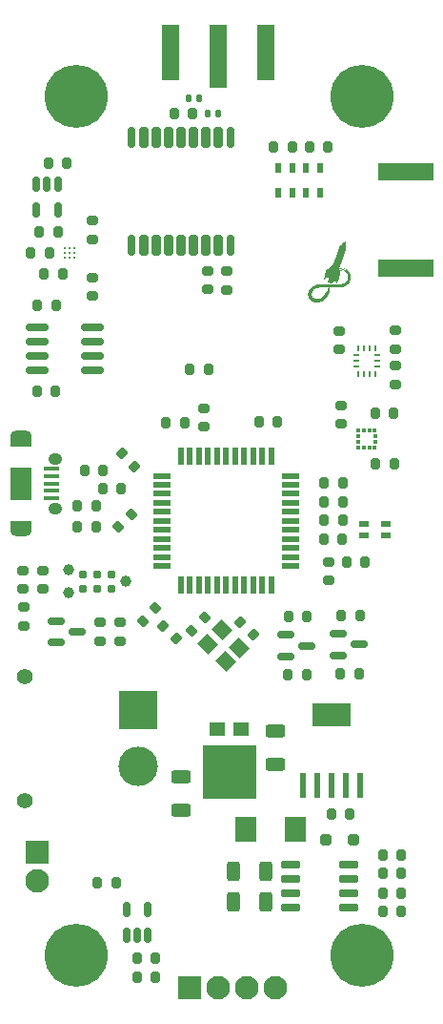
<source format=gts>
G04 #@! TF.GenerationSoftware,KiCad,Pcbnew,7.0.6*
G04 #@! TF.CreationDate,2023-10-28T16:57:55-05:00*
G04 #@! TF.ProjectId,FC,46432e6b-6963-4616-945f-706362585858,V1*
G04 #@! TF.SameCoordinates,Original*
G04 #@! TF.FileFunction,Soldermask,Top*
G04 #@! TF.FilePolarity,Negative*
%FSLAX46Y46*%
G04 Gerber Fmt 4.6, Leading zero omitted, Abs format (unit mm)*
G04 Created by KiCad (PCBNEW 7.0.6) date 2023-10-28 16:57:55*
%MOMM*%
%LPD*%
G01*
G04 APERTURE LIST*
G04 Aperture macros list*
%AMRoundRect*
0 Rectangle with rounded corners*
0 $1 Rounding radius*
0 $2 $3 $4 $5 $6 $7 $8 $9 X,Y pos of 4 corners*
0 Add a 4 corners polygon primitive as box body*
4,1,4,$2,$3,$4,$5,$6,$7,$8,$9,$2,$3,0*
0 Add four circle primitives for the rounded corners*
1,1,$1+$1,$2,$3*
1,1,$1+$1,$4,$5*
1,1,$1+$1,$6,$7*
1,1,$1+$1,$8,$9*
0 Add four rect primitives between the rounded corners*
20,1,$1+$1,$2,$3,$4,$5,0*
20,1,$1+$1,$4,$5,$6,$7,0*
20,1,$1+$1,$6,$7,$8,$9,0*
20,1,$1+$1,$8,$9,$2,$3,0*%
%AMRotRect*
0 Rectangle, with rotation*
0 The origin of the aperture is its center*
0 $1 length*
0 $2 width*
0 $3 Rotation angle, in degrees counterclockwise*
0 Add horizontal line*
21,1,$1,$2,0,0,$3*%
G04 Aperture macros list end*
%ADD10RoundRect,0.200000X-0.275000X0.200000X-0.275000X-0.200000X0.275000X-0.200000X0.275000X0.200000X0*%
%ADD11RoundRect,0.200000X-0.200000X-0.275000X0.200000X-0.275000X0.200000X0.275000X-0.200000X0.275000X0*%
%ADD12RoundRect,0.150000X0.725000X0.150000X-0.725000X0.150000X-0.725000X-0.150000X0.725000X-0.150000X0*%
%ADD13RoundRect,0.200000X0.200000X0.275000X-0.200000X0.275000X-0.200000X-0.275000X0.200000X-0.275000X0*%
%ADD14R,1.400000X1.270000*%
%ADD15R,4.800000X4.720000*%
%ADD16RoundRect,0.250000X-0.312500X-0.625000X0.312500X-0.625000X0.312500X0.625000X-0.312500X0.625000X0*%
%ADD17R,1.350000X0.400000*%
%ADD18O,1.900000X1.000000*%
%ADD19R,1.900000X0.875000*%
%ADD20O,1.250000X1.050000*%
%ADD21R,1.900000X2.900000*%
%ADD22RoundRect,0.200000X0.275000X-0.200000X0.275000X0.200000X-0.275000X0.200000X-0.275000X-0.200000X0*%
%ADD23RoundRect,0.150000X0.150000X-0.512500X0.150000X0.512500X-0.150000X0.512500X-0.150000X-0.512500X0*%
%ADD24RoundRect,0.150000X-0.587500X-0.150000X0.587500X-0.150000X0.587500X0.150000X-0.587500X0.150000X0*%
%ADD25R,2.100000X2.100000*%
%ADD26C,2.100000*%
%ADD27RoundRect,0.147500X-0.147500X-0.172500X0.147500X-0.172500X0.147500X0.172500X-0.147500X0.172500X0*%
%ADD28RoundRect,0.175000X0.175000X-0.725000X0.175000X0.725000X-0.175000X0.725000X-0.175000X-0.725000X0*%
%ADD29RoundRect,0.200000X0.200000X-0.700000X0.200000X0.700000X-0.200000X0.700000X-0.200000X-0.700000X0*%
%ADD30R,0.250000X0.475000*%
%ADD31R,0.475000X0.250000*%
%ADD32RoundRect,0.250000X-0.250000X-0.250000X0.250000X-0.250000X0.250000X0.250000X-0.250000X0.250000X0*%
%ADD33RoundRect,0.250000X-0.625000X0.312500X-0.625000X-0.312500X0.625000X-0.312500X0.625000X0.312500X0*%
%ADD34RoundRect,0.140000X0.140000X0.170000X-0.140000X0.170000X-0.140000X-0.170000X0.140000X-0.170000X0*%
%ADD35R,1.500000X5.600000*%
%ADD36R,1.600000X4.900000*%
%ADD37R,1.879600X2.260600*%
%ADD38C,3.600000*%
%ADD39C,5.600000*%
%ADD40RoundRect,0.200000X0.053033X-0.335876X0.335876X-0.053033X-0.053033X0.335876X-0.335876X0.053033X0*%
%ADD41R,0.863600X0.558800*%
%ADD42RotRect,1.400000X1.200000X135.000000*%
%ADD43C,0.269000*%
%ADD44R,0.600000X2.200000*%
%ADD45R,3.450000X2.150000*%
%ADD46R,1.500000X0.550000*%
%ADD47R,0.550000X1.500000*%
%ADD48R,0.350000X0.375000*%
%ADD49R,0.375000X0.350000*%
%ADD50RoundRect,0.200000X0.335876X0.053033X0.053033X0.335876X-0.335876X-0.053033X-0.053033X-0.335876X0*%
%ADD51RoundRect,0.200000X-0.335876X-0.053033X-0.053033X-0.335876X0.335876X0.053033X0.053033X0.335876X0*%
%ADD52C,0.990600*%
%ADD53C,0.787400*%
%ADD54RoundRect,0.150000X-0.150000X0.512500X-0.150000X-0.512500X0.150000X-0.512500X0.150000X0.512500X0*%
%ADD55RoundRect,0.250000X0.625000X-0.312500X0.625000X0.312500X-0.625000X0.312500X-0.625000X-0.312500X0*%
%ADD56RoundRect,0.150000X-0.825000X-0.150000X0.825000X-0.150000X0.825000X0.150000X-0.825000X0.150000X0*%
%ADD57C,1.400000*%
%ADD58R,3.500000X3.500000*%
%ADD59C,3.500000*%
%ADD60R,0.550000X0.950000*%
%ADD61R,4.900000X1.600000*%
G04 APERTURE END LIST*
G36*
X189296300Y-94223561D02*
G01*
X189301616Y-94243913D01*
X189308657Y-94273311D01*
X189316819Y-94309028D01*
X189325499Y-94348341D01*
X189334096Y-94388523D01*
X189342006Y-94426849D01*
X189348628Y-94460594D01*
X189353077Y-94485332D01*
X189358793Y-94526316D01*
X189364318Y-94578013D01*
X189369351Y-94636348D01*
X189373590Y-94697246D01*
X189376736Y-94756630D01*
X189378486Y-94810427D01*
X189378741Y-94832858D01*
X189378894Y-94893387D01*
X189056831Y-95738681D01*
X188734767Y-96583974D01*
X188743706Y-96617249D01*
X188749504Y-96637985D01*
X188753891Y-96652166D01*
X188755011Y-96655056D01*
X188762463Y-96654498D01*
X188781097Y-96649698D01*
X188808185Y-96641441D01*
X188840998Y-96630513D01*
X188844453Y-96629316D01*
X188931528Y-96599043D01*
X189057234Y-96598938D01*
X189106190Y-96599143D01*
X189143667Y-96600051D01*
X189172966Y-96601963D01*
X189197393Y-96605180D01*
X189220250Y-96610003D01*
X189241320Y-96615707D01*
X189338771Y-96651367D01*
X189429251Y-96699486D01*
X189511849Y-96759032D01*
X189585653Y-96828975D01*
X189649753Y-96908282D01*
X189703238Y-96995924D01*
X189745198Y-97090868D01*
X189774721Y-97192084D01*
X189781730Y-97227545D01*
X189792783Y-97332029D01*
X189790413Y-97437967D01*
X189775316Y-97543698D01*
X189748190Y-97647565D01*
X189709732Y-97747907D01*
X189660639Y-97843066D01*
X189601608Y-97931382D01*
X189533337Y-98011197D01*
X189456522Y-98080851D01*
X189408472Y-98115846D01*
X189361829Y-98146370D01*
X189320668Y-98171591D01*
X189282156Y-98192742D01*
X189243457Y-98211056D01*
X189201737Y-98227767D01*
X189154159Y-98244107D01*
X189097891Y-98261309D01*
X189030095Y-98280607D01*
X189028942Y-98280928D01*
X188988227Y-98292066D01*
X188951244Y-98301552D01*
X188916403Y-98309516D01*
X188882114Y-98316084D01*
X188846787Y-98321385D01*
X188808832Y-98325546D01*
X188766658Y-98328696D01*
X188718677Y-98330961D01*
X188663296Y-98332470D01*
X188598927Y-98333350D01*
X188523979Y-98333728D01*
X188436863Y-98333734D01*
X188373246Y-98333599D01*
X188297886Y-98333316D01*
X188225671Y-98332885D01*
X188158212Y-98332325D01*
X188097122Y-98331658D01*
X188044011Y-98330904D01*
X188000491Y-98330083D01*
X187968174Y-98329216D01*
X187948672Y-98328325D01*
X187946215Y-98328123D01*
X187920310Y-98326244D01*
X187906041Y-98327206D01*
X187900462Y-98331405D01*
X187900000Y-98334341D01*
X187897602Y-98350870D01*
X187890798Y-98379403D01*
X187880176Y-98418024D01*
X187866321Y-98464816D01*
X187849820Y-98517862D01*
X187831259Y-98575247D01*
X187811224Y-98635052D01*
X187790302Y-98695362D01*
X187784879Y-98710639D01*
X187767337Y-98759854D01*
X187751344Y-98804815D01*
X187737604Y-98843536D01*
X187726818Y-98874034D01*
X187719691Y-98894325D01*
X187717011Y-98902140D01*
X187717469Y-98904565D01*
X187723505Y-98896014D01*
X187733934Y-98878658D01*
X187747567Y-98854672D01*
X187763217Y-98826228D01*
X187779696Y-98795500D01*
X187795817Y-98764659D01*
X187810393Y-98735881D01*
X187822237Y-98711336D01*
X187826850Y-98701131D01*
X187849298Y-98650771D01*
X187867268Y-98613011D01*
X187881460Y-98586598D01*
X187892577Y-98570281D01*
X187901320Y-98562808D01*
X187904849Y-98561994D01*
X187912472Y-98568611D01*
X187914412Y-98587763D01*
X187910838Y-98618401D01*
X187901916Y-98659479D01*
X187887814Y-98709946D01*
X187874696Y-98751059D01*
X187821054Y-98890668D01*
X187756327Y-99020604D01*
X187680182Y-99141345D01*
X187592286Y-99253370D01*
X187492309Y-99357159D01*
X187397176Y-99439584D01*
X187362175Y-99465678D01*
X187319972Y-99494267D01*
X187274663Y-99522822D01*
X187230338Y-99548819D01*
X187191092Y-99569729D01*
X187171645Y-99578801D01*
X187099899Y-99608234D01*
X187036980Y-99630656D01*
X186979207Y-99646942D01*
X186922900Y-99657971D01*
X186864377Y-99664620D01*
X186799956Y-99667766D01*
X186798224Y-99667808D01*
X186756303Y-99668315D01*
X186716355Y-99667940D01*
X186682317Y-99666776D01*
X186658125Y-99664919D01*
X186654032Y-99664350D01*
X186551065Y-99640516D01*
X186452736Y-99603521D01*
X186360610Y-99554264D01*
X186276254Y-99493643D01*
X186201236Y-99422556D01*
X186171092Y-99387577D01*
X186135419Y-99341536D01*
X186107492Y-99300415D01*
X186084252Y-99259037D01*
X186062635Y-99212227D01*
X186051678Y-99185660D01*
X186028659Y-99125088D01*
X186012137Y-99072959D01*
X186001196Y-99024919D01*
X185994923Y-98976615D01*
X185992402Y-98923692D01*
X185992245Y-98903821D01*
X186309686Y-98903821D01*
X186313888Y-98949282D01*
X186321711Y-98986109D01*
X186348965Y-99064729D01*
X186389468Y-99137351D01*
X186443582Y-99204600D01*
X186456039Y-99217429D01*
X186513944Y-99269017D01*
X186572089Y-99307180D01*
X186633178Y-99333075D01*
X186699914Y-99347859D01*
X186772007Y-99352676D01*
X186811366Y-99352083D01*
X186844941Y-99349066D01*
X186879038Y-99342718D01*
X186919964Y-99332134D01*
X186925146Y-99330675D01*
X186999801Y-99307009D01*
X187066268Y-99279977D01*
X187127440Y-99247792D01*
X187186211Y-99208667D01*
X187245472Y-99160813D01*
X187308118Y-99102445D01*
X187330174Y-99080422D01*
X187372962Y-99036151D01*
X187407843Y-98997560D01*
X187438092Y-98960652D01*
X187466986Y-98921430D01*
X187497799Y-98875896D01*
X187497836Y-98875839D01*
X187521722Y-98839040D01*
X187543622Y-98804478D01*
X187561825Y-98774920D01*
X187574615Y-98753134D01*
X187579149Y-98744587D01*
X187591178Y-98725310D01*
X187602294Y-98717764D01*
X187610636Y-98722736D01*
X187613196Y-98730218D01*
X187617072Y-98728398D01*
X187626197Y-98714996D01*
X187639652Y-98691872D01*
X187656518Y-98660884D01*
X187675877Y-98623893D01*
X187696809Y-98582757D01*
X187718398Y-98539337D01*
X187739722Y-98495493D01*
X187759865Y-98453082D01*
X187777907Y-98413966D01*
X187792929Y-98380003D01*
X187804014Y-98353054D01*
X187810242Y-98334977D01*
X187811266Y-98329302D01*
X187804141Y-98326615D01*
X187783843Y-98323955D01*
X187751987Y-98321382D01*
X187710189Y-98318956D01*
X187660064Y-98316738D01*
X187603229Y-98314787D01*
X187541298Y-98313165D01*
X187475889Y-98311932D01*
X187408615Y-98311149D01*
X187341093Y-98310875D01*
X187319534Y-98310905D01*
X187241243Y-98312965D01*
X187155333Y-98318406D01*
X187066392Y-98326741D01*
X186979010Y-98337480D01*
X186897772Y-98350137D01*
X186835242Y-98362422D01*
X186736179Y-98389236D01*
X186646230Y-98423473D01*
X186566404Y-98464538D01*
X186497711Y-98511837D01*
X186441162Y-98564774D01*
X186400477Y-98618351D01*
X186387291Y-98642586D01*
X186371587Y-98676261D01*
X186355415Y-98714751D01*
X186342009Y-98750108D01*
X186323402Y-98808244D01*
X186312743Y-98858145D01*
X186309686Y-98903821D01*
X185992245Y-98903821D01*
X185992237Y-98902806D01*
X185997623Y-98805814D01*
X186014301Y-98714839D01*
X186043082Y-98627238D01*
X186084775Y-98540370D01*
X186122564Y-98477835D01*
X186186522Y-98392365D01*
X186261221Y-98315666D01*
X186346904Y-98247612D01*
X186443817Y-98188077D01*
X186552204Y-98136936D01*
X186672310Y-98094061D01*
X186804380Y-98059327D01*
X186948659Y-98032608D01*
X187000570Y-98025323D01*
X187048257Y-98020497D01*
X187108614Y-98016562D01*
X187179550Y-98013508D01*
X187258973Y-98011326D01*
X187344792Y-98010003D01*
X187434917Y-98009530D01*
X187527256Y-98009897D01*
X187619717Y-98011092D01*
X187710209Y-98013105D01*
X187796642Y-98015926D01*
X187876923Y-98019545D01*
X187948962Y-98023950D01*
X188010666Y-98029132D01*
X188023346Y-98030451D01*
X188053929Y-98032923D01*
X188096758Y-98035167D01*
X188149712Y-98037164D01*
X188210668Y-98038892D01*
X188277505Y-98040332D01*
X188348100Y-98041464D01*
X188420332Y-98042268D01*
X188492079Y-98042725D01*
X188561218Y-98042814D01*
X188625627Y-98042515D01*
X188683186Y-98041809D01*
X188731770Y-98040675D01*
X188769260Y-98039095D01*
X188788546Y-98037632D01*
X188894409Y-98023432D01*
X188994333Y-98003555D01*
X189086266Y-97978567D01*
X189168155Y-97949038D01*
X189237947Y-97915536D01*
X189245793Y-97911053D01*
X189318514Y-97860186D01*
X189382248Y-97797922D01*
X189436575Y-97724918D01*
X189481075Y-97641831D01*
X189515329Y-97549320D01*
X189537925Y-97453704D01*
X189544457Y-97413133D01*
X189547661Y-97379540D01*
X189547299Y-97348436D01*
X189543132Y-97315334D01*
X189534923Y-97275743D01*
X189526682Y-97241921D01*
X189498827Y-97150321D01*
X189464289Y-97071129D01*
X189422524Y-97003302D01*
X189372989Y-96945792D01*
X189372586Y-96945396D01*
X189324590Y-96904178D01*
X189271068Y-96868160D01*
X189216013Y-96839631D01*
X189163418Y-96820878D01*
X189149665Y-96817688D01*
X189103373Y-96811293D01*
X189053267Y-96809100D01*
X189005481Y-96811137D01*
X188968501Y-96816850D01*
X188948508Y-96822084D01*
X188921739Y-96829697D01*
X188891754Y-96838598D01*
X188862113Y-96847697D01*
X188836376Y-96855902D01*
X188818103Y-96862123D01*
X188810984Y-96865121D01*
X188812017Y-96872509D01*
X188816222Y-96891981D01*
X188823075Y-96921300D01*
X188832053Y-96958232D01*
X188842633Y-97000541D01*
X188843350Y-97003371D01*
X188877949Y-97139779D01*
X188717273Y-97549562D01*
X188688228Y-97623499D01*
X188660684Y-97693349D01*
X188635128Y-97757894D01*
X188612048Y-97815913D01*
X188591932Y-97866188D01*
X188575268Y-97907499D01*
X188562544Y-97938627D01*
X188554247Y-97958352D01*
X188550913Y-97965415D01*
X188548682Y-97965356D01*
X188545231Y-97960708D01*
X188540150Y-97950389D01*
X188533033Y-97933317D01*
X188523472Y-97908409D01*
X188511059Y-97874582D01*
X188495385Y-97830756D01*
X188476045Y-97775847D01*
X188452629Y-97708773D01*
X188433725Y-97654381D01*
X188418658Y-97611470D01*
X188405082Y-97573748D01*
X188393773Y-97543290D01*
X188385505Y-97522176D01*
X188381054Y-97512484D01*
X188380641Y-97512088D01*
X188377054Y-97518681D01*
X188369665Y-97536830D01*
X188359413Y-97564084D01*
X188347235Y-97597989D01*
X188341477Y-97614475D01*
X188328761Y-97650464D01*
X188317443Y-97679887D01*
X188305906Y-97705779D01*
X188292535Y-97731171D01*
X188275715Y-97759096D01*
X188253830Y-97792585D01*
X188225265Y-97834673D01*
X188220380Y-97841805D01*
X188194458Y-97879585D01*
X188171436Y-97913062D01*
X188152599Y-97940374D01*
X188139233Y-97959657D01*
X188132620Y-97969052D01*
X188132178Y-97969632D01*
X188124886Y-97967849D01*
X188105604Y-97961362D01*
X188076129Y-97950825D01*
X188038256Y-97936890D01*
X187993779Y-97920212D01*
X187944496Y-97901442D01*
X187940858Y-97900046D01*
X187883779Y-97877986D01*
X187839150Y-97860352D01*
X187805536Y-97846479D01*
X187781503Y-97835705D01*
X187765615Y-97827365D01*
X187756437Y-97820796D01*
X187752533Y-97815336D01*
X187752111Y-97812806D01*
X187753685Y-97793471D01*
X187758051Y-97762449D01*
X187764674Y-97722463D01*
X187773019Y-97676235D01*
X187782551Y-97626489D01*
X187792735Y-97575946D01*
X187803037Y-97527331D01*
X187812921Y-97483365D01*
X187821853Y-97446772D01*
X187829110Y-97420863D01*
X187838686Y-97388500D01*
X187844896Y-97363436D01*
X187847238Y-97347996D01*
X187845721Y-97344209D01*
X187837667Y-97348652D01*
X187818363Y-97359879D01*
X187789232Y-97377048D01*
X187751692Y-97399315D01*
X187707166Y-97425838D01*
X187657074Y-97455772D01*
X187602837Y-97488275D01*
X187589812Y-97496093D01*
X187535111Y-97528809D01*
X187484442Y-97558865D01*
X187439182Y-97585462D01*
X187400710Y-97607802D01*
X187370404Y-97625085D01*
X187349643Y-97636512D01*
X187339806Y-97641285D01*
X187339211Y-97641342D01*
X187341251Y-97634071D01*
X187348223Y-97614165D01*
X187359695Y-97582769D01*
X187375235Y-97541031D01*
X187394410Y-97490097D01*
X187416789Y-97431112D01*
X187441939Y-97365222D01*
X187469427Y-97293575D01*
X187498822Y-97217316D01*
X187512054Y-97183096D01*
X187688162Y-96728116D01*
X187716357Y-96708353D01*
X188770390Y-96708353D01*
X188771419Y-96723973D01*
X188774232Y-96736923D01*
X188780061Y-96757673D01*
X188785530Y-96772025D01*
X188787142Y-96774644D01*
X188795953Y-96774903D01*
X188814978Y-96770561D01*
X188840688Y-96762493D01*
X188850976Y-96758817D01*
X188933040Y-96734743D01*
X189016878Y-96722995D01*
X189099976Y-96722604D01*
X189134471Y-96724896D01*
X189162253Y-96728431D01*
X189188193Y-96734363D01*
X189217159Y-96743846D01*
X189254022Y-96758034D01*
X189260582Y-96760659D01*
X189323054Y-96788566D01*
X189375615Y-96818637D01*
X189403644Y-96838234D01*
X189432140Y-96858295D01*
X189455363Y-96872146D01*
X189470816Y-96878364D01*
X189474196Y-96878414D01*
X189486670Y-96882222D01*
X189504465Y-96897234D01*
X189526105Y-96921523D01*
X189550109Y-96953161D01*
X189574999Y-96990221D01*
X189599295Y-97030774D01*
X189618068Y-97065938D01*
X189652307Y-97150043D01*
X189674504Y-97241370D01*
X189684405Y-97338209D01*
X189681755Y-97438850D01*
X189678271Y-97471150D01*
X189673278Y-97507216D01*
X189667971Y-97540441D01*
X189663080Y-97566484D01*
X189660188Y-97578481D01*
X189654221Y-97600311D01*
X189653095Y-97611488D01*
X189656710Y-97615300D01*
X189659074Y-97615502D01*
X189663890Y-97608879D01*
X189670850Y-97591283D01*
X189678661Y-97566125D01*
X189680822Y-97558195D01*
X189692336Y-97506635D01*
X189701330Y-97450384D01*
X189707290Y-97394212D01*
X189709700Y-97342892D01*
X189708295Y-97303592D01*
X189698656Y-97242695D01*
X189681793Y-97175632D01*
X189659350Y-97108072D01*
X189634341Y-97048556D01*
X189619709Y-97018375D01*
X189606289Y-96993015D01*
X189592246Y-96969860D01*
X189575742Y-96946295D01*
X189554939Y-96919705D01*
X189528000Y-96887475D01*
X189493089Y-96846988D01*
X189491269Y-96844893D01*
X189444265Y-96794322D01*
X189399304Y-96754413D01*
X189352299Y-96722369D01*
X189299164Y-96695393D01*
X189237695Y-96671351D01*
X189196015Y-96657584D01*
X189161347Y-96648788D01*
X189127309Y-96643665D01*
X189088230Y-96640948D01*
X189040273Y-96640676D01*
X188992171Y-96644631D01*
X188941088Y-96653366D01*
X188884187Y-96667436D01*
X188818633Y-96687393D01*
X188775059Y-96702046D01*
X188770390Y-96708353D01*
X187716357Y-96708353D01*
X187940609Y-96551168D01*
X188193055Y-96374219D01*
X188479711Y-95558485D01*
X188527710Y-95422073D01*
X188571104Y-95299135D01*
X188610081Y-95189158D01*
X188644828Y-95091626D01*
X188675535Y-95006024D01*
X188702388Y-94931835D01*
X188725577Y-94868547D01*
X188745289Y-94815642D01*
X188761712Y-94772606D01*
X188775035Y-94738924D01*
X188785445Y-94714080D01*
X188793131Y-94697559D01*
X188795909Y-94692433D01*
X188828048Y-94643672D01*
X188869821Y-94589578D01*
X188918664Y-94533180D01*
X188972015Y-94477510D01*
X189002274Y-94448371D01*
X189025484Y-94427415D01*
X189054752Y-94402088D01*
X189088273Y-94373837D01*
X189124242Y-94344111D01*
X189160856Y-94314356D01*
X189196308Y-94286019D01*
X189228794Y-94260549D01*
X189256509Y-94239392D01*
X189277648Y-94223996D01*
X189290406Y-94215808D01*
X189293309Y-94214979D01*
X189296300Y-94223561D01*
G37*
D10*
X187800000Y-122675000D03*
X187800000Y-124325000D03*
D11*
X173350000Y-110325000D03*
X175000000Y-110325000D03*
D12*
X189612500Y-153355000D03*
X189612500Y-152085000D03*
X189612500Y-150815000D03*
X189612500Y-149545000D03*
X184462500Y-149545000D03*
X184462500Y-150815000D03*
X184462500Y-152085000D03*
X184462500Y-153355000D03*
D13*
X164175000Y-97125000D03*
X162525000Y-97125000D03*
D11*
X161950000Y-99950000D03*
X163600000Y-99950000D03*
D10*
X193712500Y-105262500D03*
X193712500Y-106912500D03*
D14*
X177935000Y-137507500D03*
X180015000Y-137507500D03*
D15*
X178975000Y-141312500D03*
D13*
X189725000Y-145012500D03*
X188075000Y-145012500D03*
D16*
X179312500Y-152850000D03*
X182237500Y-152850000D03*
D17*
X163175000Y-117025000D03*
X163175000Y-116375000D03*
X163175000Y-115725000D03*
X163175000Y-115075000D03*
X163175000Y-114425000D03*
D18*
X160500000Y-111550000D03*
D19*
X160500000Y-111987500D03*
D20*
X163500000Y-113500000D03*
D21*
X160500000Y-115725000D03*
D20*
X163500000Y-117950000D03*
D19*
X160500000Y-119462500D03*
D18*
X160500000Y-119900000D03*
D13*
X184575000Y-85875000D03*
X182925000Y-85875000D03*
D22*
X188712500Y-103812500D03*
X188712500Y-102162500D03*
D23*
X169875000Y-155771875D03*
X170825000Y-155771875D03*
X171775000Y-155771875D03*
X171775000Y-153496875D03*
X169875000Y-153496875D03*
D11*
X187377901Y-120625000D03*
X189027901Y-120625000D03*
D24*
X163600000Y-127900000D03*
X163600000Y-129800000D03*
X165475000Y-128850000D03*
D25*
X175455000Y-160450000D03*
D26*
X177995000Y-160450000D03*
X180535000Y-160450000D03*
X183075000Y-160450000D03*
D27*
X177039102Y-82920333D03*
X178009102Y-82920333D03*
D13*
X193600000Y-109437500D03*
X191950000Y-109437500D03*
D22*
X166850000Y-99100000D03*
X166850000Y-97450000D03*
D13*
X194275000Y-150250000D03*
X192625000Y-150250000D03*
D11*
X167750000Y-116125000D03*
X169400000Y-116125000D03*
D28*
X170308891Y-94541954D03*
D29*
X171408891Y-94541954D03*
X172508891Y-94541954D03*
X173608891Y-94541954D03*
X174708891Y-94541954D03*
X175808891Y-94541954D03*
X176908891Y-94541954D03*
X178008891Y-94541954D03*
D28*
X179108891Y-94541954D03*
X179108891Y-85041954D03*
D29*
X178008891Y-85041954D03*
X176908891Y-85041954D03*
X175808891Y-85041954D03*
X174708891Y-85041954D03*
X173608891Y-85041954D03*
X172508891Y-85041954D03*
X171408891Y-85041954D03*
D28*
X170308891Y-85041954D03*
D30*
X190462500Y-106012500D03*
X190962500Y-106012500D03*
X191462500Y-106012500D03*
X191962500Y-106012500D03*
D31*
X192125000Y-105350000D03*
X192125000Y-104850000D03*
X192125000Y-104350000D03*
D30*
X191962500Y-103687500D03*
X191462500Y-103687500D03*
X190962500Y-103687500D03*
X190462500Y-103687500D03*
D31*
X190300000Y-104350000D03*
X190300000Y-104850000D03*
X190300000Y-105350000D03*
D22*
X193712500Y-103787500D03*
X193712500Y-102137500D03*
D32*
X187525000Y-147312500D03*
X190025000Y-147312500D03*
D33*
X174675000Y-141750000D03*
X174675000Y-144675000D03*
D34*
X176308891Y-81521780D03*
X175348891Y-81521780D03*
D13*
X172425000Y-159546875D03*
X170775000Y-159546875D03*
D24*
X188675000Y-129050000D03*
X188675000Y-130950000D03*
X190550000Y-130000000D03*
D35*
X178008891Y-77791954D03*
D36*
X182268891Y-77441954D03*
X173748891Y-77441954D03*
D11*
X187402901Y-118975000D03*
X189052901Y-118975000D03*
D13*
X183250000Y-110225000D03*
X181600000Y-110225000D03*
X164550000Y-87300000D03*
X162900000Y-87300000D03*
D37*
X184884800Y-146350000D03*
X180465200Y-146350000D03*
D38*
X190775000Y-81350000D03*
D39*
X190775000Y-81350000D03*
D16*
X179312500Y-150150000D03*
X182237500Y-150150000D03*
D11*
X192625000Y-148650000D03*
X194275000Y-148650000D03*
D40*
X175658274Y-128766726D03*
X176825000Y-127600000D03*
D41*
X192905801Y-120324999D03*
X192905801Y-119325001D03*
X190950001Y-119325001D03*
X190950001Y-120324999D03*
D11*
X191975000Y-113987500D03*
X193625000Y-113987500D03*
D13*
X172425000Y-157796875D03*
X170775000Y-157796875D03*
D42*
X179862132Y-130293503D03*
X178306497Y-128737868D03*
X177104416Y-129939949D03*
X178660051Y-131495584D03*
D43*
X165200000Y-94850000D03*
X165200000Y-95250000D03*
X165200000Y-95650000D03*
X164800000Y-94850000D03*
X164800000Y-95250000D03*
X164800000Y-95650000D03*
X164400000Y-94850000D03*
X164400000Y-95250000D03*
X164400000Y-95650000D03*
D11*
X184200000Y-132650000D03*
X185850000Y-132650000D03*
D44*
X185565000Y-142512500D03*
X186835000Y-142512500D03*
X188105000Y-142512500D03*
X189375000Y-142512500D03*
X190645000Y-142512500D03*
D45*
X188105000Y-136212500D03*
D11*
X174092643Y-82915125D03*
X175742643Y-82915125D03*
D13*
X177125000Y-105600000D03*
X175475000Y-105600000D03*
D46*
X173000000Y-115025000D03*
X173000000Y-115825000D03*
X173000000Y-116625000D03*
X173000000Y-117425000D03*
X173000000Y-118225000D03*
X173000000Y-119025000D03*
X173000000Y-119825000D03*
X173000000Y-120625000D03*
X173000000Y-121425000D03*
X173000000Y-122225000D03*
X173000000Y-123025000D03*
D47*
X174700000Y-124725000D03*
X175500000Y-124725000D03*
X176300000Y-124725000D03*
X177100000Y-124725000D03*
X177900000Y-124725000D03*
X178700000Y-124725000D03*
X179500000Y-124725000D03*
X180300000Y-124725000D03*
X181100000Y-124725000D03*
X181900000Y-124725000D03*
X182700000Y-124725000D03*
D46*
X184400000Y-123025000D03*
X184400000Y-122225000D03*
X184400000Y-121425000D03*
X184400000Y-120625000D03*
X184400000Y-119825000D03*
X184400000Y-119025000D03*
X184400000Y-118225000D03*
X184400000Y-117425000D03*
X184400000Y-116625000D03*
X184400000Y-115825000D03*
X184400000Y-115025000D03*
D47*
X182700000Y-113325000D03*
X181900000Y-113325000D03*
X181100000Y-113325000D03*
X180300000Y-113325000D03*
X179500000Y-113325000D03*
X178700000Y-113325000D03*
X177900000Y-113325000D03*
X177100000Y-113325000D03*
X176300000Y-113325000D03*
X175500000Y-113325000D03*
X174700000Y-113325000D03*
D48*
X190425000Y-112487500D03*
X190925000Y-112487500D03*
X191425000Y-112487500D03*
X191925000Y-112487500D03*
D49*
X191937500Y-111975000D03*
X191937500Y-111475000D03*
D48*
X191925000Y-110962500D03*
X191425000Y-110962500D03*
X190925000Y-110962500D03*
X190425000Y-110962500D03*
D49*
X190412500Y-111475000D03*
X190412500Y-111975000D03*
D38*
X165375000Y-157550000D03*
D39*
X165375000Y-157550000D03*
D10*
X177098891Y-96841954D03*
X177098891Y-98491954D03*
D11*
X187402901Y-117325000D03*
X189052901Y-117325000D03*
X192625000Y-152050000D03*
X194275000Y-152050000D03*
D10*
X169275000Y-128050000D03*
X169275000Y-129700000D03*
D13*
X185875000Y-127550000D03*
X184225000Y-127550000D03*
X194275000Y-153650000D03*
X192625000Y-153650000D03*
D10*
X178798891Y-96866954D03*
X178798891Y-98516954D03*
D11*
X166125000Y-114525000D03*
X167775000Y-114525000D03*
D13*
X163000000Y-95250000D03*
X161350000Y-95250000D03*
D11*
X189425000Y-122650000D03*
X191075000Y-122650000D03*
D40*
X169116637Y-119591726D03*
X170283363Y-118425000D03*
D22*
X167475000Y-129700000D03*
X167475000Y-128050000D03*
D11*
X187400000Y-115625000D03*
X189050000Y-115625000D03*
D25*
X161875000Y-148450000D03*
D26*
X161875000Y-150990000D03*
D50*
X170583363Y-114208363D03*
X169416637Y-113041637D03*
D24*
X184000000Y-129150000D03*
X184000000Y-131050000D03*
X185875000Y-130100000D03*
D50*
X181116637Y-129150089D03*
X179949911Y-127983363D03*
D13*
X187775000Y-85875000D03*
X186125000Y-85875000D03*
D11*
X167287500Y-151150000D03*
X168937500Y-151150000D03*
D13*
X190575000Y-127450000D03*
X188925000Y-127450000D03*
D38*
X165375000Y-81350000D03*
D39*
X165375000Y-81350000D03*
D51*
X173066637Y-128316637D03*
X174233363Y-129483363D03*
D52*
X169775000Y-124415000D03*
X164695000Y-125431000D03*
X164695000Y-123399000D03*
D53*
X168505000Y-123780000D03*
X168505000Y-125050000D03*
X167235000Y-123780000D03*
X167235000Y-125050000D03*
X165965000Y-123780000D03*
X165965000Y-125050000D03*
D54*
X163750000Y-89150000D03*
X162800000Y-89150000D03*
X161850000Y-89150000D03*
X161850000Y-91425000D03*
X163750000Y-91425000D03*
D22*
X176700000Y-110675000D03*
X176700000Y-109025000D03*
D11*
X165475000Y-117725000D03*
X167125000Y-117725000D03*
D38*
X190775000Y-157550000D03*
D39*
X190775000Y-157550000D03*
D55*
X183075000Y-140612500D03*
X183075000Y-137687500D03*
D56*
X161900000Y-101870000D03*
X161900000Y-103140000D03*
X161900000Y-104410000D03*
X161900000Y-105680000D03*
X166850000Y-105680000D03*
X166850000Y-104410000D03*
X166850000Y-103140000D03*
X166850000Y-101870000D03*
D10*
X166850000Y-92400000D03*
X166850000Y-94050000D03*
D57*
X160850000Y-143812500D03*
X160850000Y-132812500D03*
D58*
X170850000Y-135812500D03*
D59*
X170850000Y-140812500D03*
D13*
X167125000Y-119550000D03*
X165475000Y-119550000D03*
D40*
X171283274Y-127941726D03*
X172450000Y-126775000D03*
D13*
X163550000Y-107525000D03*
X161900000Y-107525000D03*
D11*
X188862500Y-132550000D03*
X190512500Y-132550000D03*
D13*
X163750000Y-93425000D03*
X162100000Y-93425000D03*
D10*
X160700000Y-126700000D03*
X160700000Y-128350000D03*
X188925000Y-108787500D03*
X188925000Y-110437500D03*
X160675000Y-123425000D03*
X160675000Y-125075000D03*
D60*
X187075000Y-87750000D03*
X185825000Y-87750000D03*
X184575000Y-87750000D03*
X183325000Y-87750000D03*
X183325000Y-89900000D03*
X184575000Y-89900000D03*
X185825000Y-89900000D03*
X187075000Y-89900000D03*
D22*
X162385000Y-125075000D03*
X162385000Y-123425000D03*
D61*
X194650000Y-88055000D03*
X194650000Y-96575000D03*
M02*

</source>
